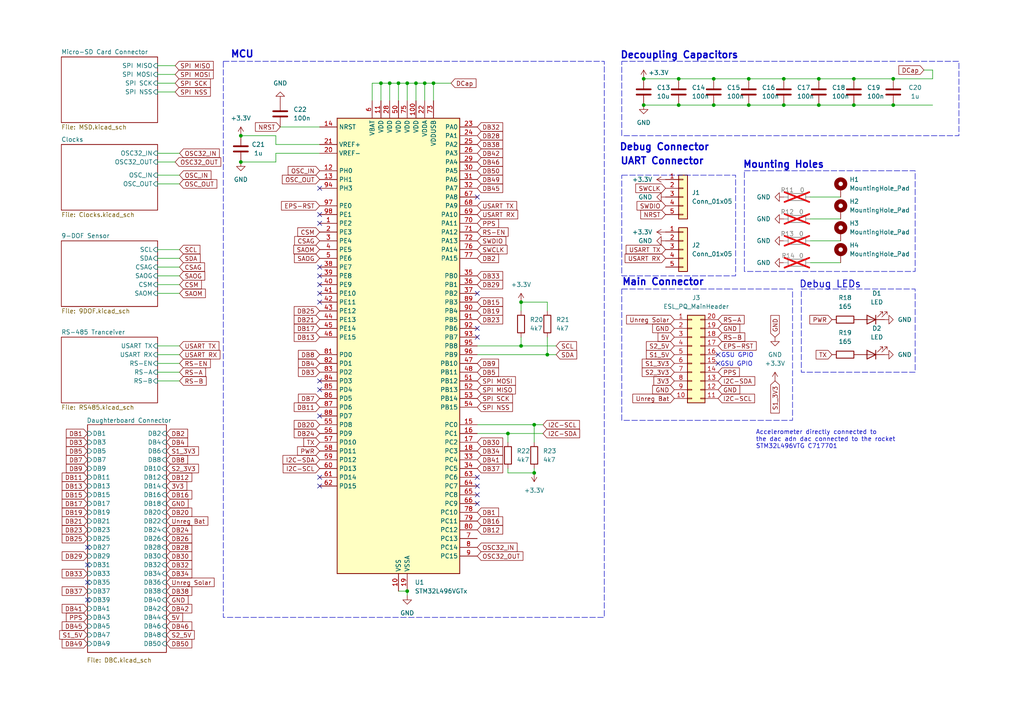
<source format=kicad_sch>
(kicad_sch (version 20231120) (generator "eeschema") (generator_version "8.0")
  (paper "A4")
  (title_block (title "ADCS OBC") (date "2024-05-29") (rev "V10") (comment 1 "22619291") (comment 2 "DP Theron"))
  (junction (at 259.08 22.86))
  (junction (at 196.85 22.86))
  (junction (at 154.94 123.19))
  (junction (at 151.13 100.33))
  (junction (at 196.85 30.48))
  (junction (at 247.65 30.48))
  (junction (at 237.49 22.86))
  (junction (at 115.57 24.13))
  (junction (at 227.33 22.86))
  (junction (at 207.01 30.48))
  (junction (at 207.01 22.86))
  (junction (at 186.69 30.48))
  (junction (at 237.49 30.48))
  (junction (at 147.32 125.73))
  (junction (at 217.17 30.48))
  (junction (at 227.33 30.48))
  (junction (at 259.08 30.48))
  (junction (at 69.85 39.37))
  (junction (at 123.19 24.13))
  (junction (at 158.75 102.87))
  (junction (at 217.17 22.86))
  (junction (at 125.73 24.13))
  (junction (at 154.94 137.16))
  (junction (at 118.11 171.45))
  (junction (at 113.03 24.13))
  (junction (at 120.65 24.13))
  (junction (at 151.13 87.63))
  (junction (at 247.65 22.86))
  (junction (at 69.85 46.99))
  (junction (at 110.49 24.13))
  (junction (at 186.69 22.86))
  (junction (at 118.11 24.13))
  (no_connect (at 138.43 140.97))
  (no_connect (at 92.71 80.01))
  (no_connect (at 138.43 95.25))
  (no_connect (at 138.43 57.15))
  (no_connect (at 138.43 138.43))
  (no_connect (at 92.71 54.61))
  (no_connect (at 92.71 82.55))
  (no_connect (at 25.4 173.99))
  (no_connect (at 25.4 158.75))
  (no_connect (at 25.4 163.83))
  (no_connect (at 92.71 138.43))
  (no_connect (at 92.71 87.63))
  (no_connect (at 138.43 143.51))
  (no_connect (at 92.71 77.47))
  (no_connect (at 92.71 85.09))
  (no_connect (at 92.71 120.65))
  (no_connect (at 92.71 110.49))
  (no_connect (at 25.4 168.91))
  (no_connect (at 208.28 105.41))
  (no_connect (at 138.43 97.79))
  (no_connect (at 92.71 140.97))
  (no_connect (at 92.71 113.03))
  (no_connect (at 92.71 64.77))
  (no_connect (at 208.28 102.87))
  (no_connect (at 92.71 62.23))
  (no_connect (at 138.43 146.05))
  (no_connect (at 138.43 85.09))
  (wire (pts (xy 138.43 125.73) (xy 147.32 125.73)))
  (wire (pts (xy 207.01 30.48) (xy 217.17 30.48)))
  (wire (pts (xy 110.49 24.13) (xy 110.49 29.21)))
  (wire (pts (xy 186.69 22.86) (xy 196.85 22.86)))
  (wire (pts (xy 151.13 87.63) (xy 151.13 90.17)))
  (wire (pts (xy 115.57 24.13) (xy 115.57 29.21)))
  (wire (pts (xy 80.01 41.91) (xy 80.01 39.37)))
  (wire (pts (xy 45.72 85.09) (xy 52.07 85.09)))
  (wire (pts (xy 234.95 69.85) (xy 243.84 69.85)))
  (wire (pts (xy 120.65 24.13) (xy 123.19 24.13)))
  (wire (pts (xy 45.72 102.87) (xy 52.07 102.87)))
  (wire (pts (xy 234.95 57.15) (xy 243.84 57.15)))
  (wire (pts (xy 123.19 24.13) (xy 125.73 24.13)))
  (wire (pts (xy 138.43 102.87) (xy 158.75 102.87)))
  (wire (pts (xy 110.49 24.13) (xy 107.95 24.13)))
  (wire (pts (xy 45.72 46.99) (xy 50.8 46.99)))
  (wire (pts (xy 237.49 30.48) (xy 247.65 30.48)))
  (wire (pts (xy 69.85 46.99) (xy 80.01 46.99)))
  (wire (pts (xy 151.13 100.33) (xy 161.29 100.33)))
  (wire (pts (xy 120.65 24.13) (xy 118.11 24.13)))
  (wire (pts (xy 120.65 24.13) (xy 120.65 29.21)))
  (wire (pts (xy 157.48 123.19) (xy 154.94 123.19)))
  (wire (pts (xy 45.72 100.33) (xy 52.07 100.33)))
  (wire (pts (xy 227.33 30.48) (xy 237.49 30.48)))
  (wire (pts (xy 259.08 30.48) (xy 270.51 30.48)))
  (wire (pts (xy 80.01 46.99) (xy 80.01 44.45)))
  (wire (pts (xy 158.75 87.63) (xy 158.75 90.17)))
  (wire (pts (xy 161.29 102.87) (xy 158.75 102.87)))
  (wire (pts (xy 80.01 39.37) (xy 69.85 39.37)))
  (wire (pts (xy 45.72 24.13) (xy 50.8 24.13)))
  (wire (pts (xy 217.17 30.48) (xy 227.33 30.48)))
  (wire (pts (xy 45.72 105.41) (xy 52.07 105.41)))
  (wire (pts (xy 154.94 137.16) (xy 154.94 135.89)))
  (wire (pts (xy 45.72 80.01) (xy 52.07 80.01)))
  (wire (pts (xy 217.17 22.86) (xy 227.33 22.86)))
  (wire (pts (xy 45.72 50.8) (xy 52.07 50.8)))
  (wire (pts (xy 118.11 171.45) (xy 118.11 172.72)))
  (wire (pts (xy 234.95 76.2) (xy 243.84 76.2)))
  (wire (pts (xy 154.94 123.19) (xy 154.94 128.27)))
  (wire (pts (xy 45.72 74.93) (xy 52.07 74.93)))
  (wire (pts (xy 80.01 44.45) (xy 92.71 44.45)))
  (wire (pts (xy 107.95 24.13) (xy 107.95 29.21)))
  (wire (pts (xy 45.72 82.55) (xy 52.07 82.55)))
  (wire (pts (xy 125.73 24.13) (xy 130.81 24.13)))
  (wire (pts (xy 147.32 125.73) (xy 157.48 125.73)))
  (wire (pts (xy 45.72 44.45) (xy 52.07 44.45)))
  (wire (pts (xy 115.57 171.45) (xy 118.11 171.45)))
  (wire (pts (xy 81.28 36.83) (xy 92.71 36.83)))
  (wire (pts (xy 247.65 22.86) (xy 259.08 22.86)))
  (wire (pts (xy 45.72 72.39) (xy 52.07 72.39)))
  (wire (pts (xy 45.72 107.95) (xy 52.07 107.95)))
  (wire (pts (xy 110.49 24.13) (xy 113.03 24.13)))
  (wire (pts (xy 158.75 97.79) (xy 158.75 102.87)))
  (wire (pts (xy 270.51 20.32) (xy 267.97 20.32)))
  (wire (pts (xy 151.13 87.63) (xy 158.75 87.63)))
  (wire (pts (xy 247.65 30.48) (xy 259.08 30.48)))
  (wire (pts (xy 147.32 128.27) (xy 147.32 125.73)))
  (wire (pts (xy 270.51 20.32) (xy 270.51 22.86)))
  (wire (pts (xy 227.33 22.86) (xy 237.49 22.86)))
  (wire (pts (xy 45.72 77.47) (xy 52.07 77.47)))
  (wire (pts (xy 45.72 110.49) (xy 52.07 110.49)))
  (wire (pts (xy 92.71 41.91) (xy 80.01 41.91)))
  (wire (pts (xy 147.32 137.16) (xy 154.94 137.16)))
  (wire (pts (xy 147.32 135.89) (xy 147.32 137.16)))
  (wire (pts (xy 196.85 30.48) (xy 207.01 30.48)))
  (wire (pts (xy 207.01 22.86) (xy 217.17 22.86)))
  (wire (pts (xy 234.95 63.5) (xy 243.84 63.5)))
  (wire (pts (xy 138.43 100.33) (xy 151.13 100.33)))
  (wire (pts (xy 125.73 24.13) (xy 125.73 29.21)))
  (wire (pts (xy 45.72 26.67) (xy 50.8 26.67)))
  (wire (pts (xy 237.49 22.86) (xy 247.65 22.86)))
  (wire (pts (xy 138.43 123.19) (xy 154.94 123.19)))
  (wire (pts (xy 45.72 53.34) (xy 52.07 53.34)))
  (wire (pts (xy 118.11 24.13) (xy 118.11 29.21)))
  (wire (pts (xy 123.19 29.21) (xy 123.19 24.13)))
  (wire (pts (xy 151.13 97.79) (xy 151.13 100.33)))
  (wire (pts (xy 45.72 21.59) (xy 50.8 21.59)))
  (wire (pts (xy 113.03 24.13) (xy 115.57 24.13)))
  (wire (pts (xy 196.85 22.86) (xy 207.01 22.86)))
  (wire (pts (xy 113.03 24.13) (xy 113.03 29.21)))
  (wire (pts (xy 259.08 22.86) (xy 270.51 22.86)))
  (wire (pts (xy 118.11 24.13) (xy 115.57 24.13)))
  (wire (pts (xy 186.69 30.48) (xy 196.85 30.48)))
  (wire (pts (xy 45.72 19.05) (xy 50.8 19.05)))
  (rectangle (start 215.9 49.53) (end 265.43 78.74) (stroke (width 0) (type dash)))
  (rectangle (start 180.34 83.82) (end 229.87 121.92) (stroke (width 0) (type dash)))
  (rectangle (start 180.34 50.8) (end 213.36 80.01) (stroke (width 0) (type dash)))
  (rectangle (start 64.77 17.78) (end 175.26 179.07) (stroke (width 0) (type dash)))
  (rectangle (start 180.34 17.78) (end 278.13 39.37) (stroke (width 0) (type dash)))
  (rectangle (start 232.41 83.82) (end 265.43 107.95) (stroke (width 0) (type dash)))
  (text "GSU GPIO" (at 213.614 105.664 0) (effects (font (size 1.27 1.27))))
  (text "UART Connector" (at 179.832 48.006 0) (effects (font (size 2 2) (thickness 0.4) (bold yes)) (justify left bottom)))
  (text "Debug LEDs" (at 240.792 82.55 0) (effects (font (size 2 2) (thickness 0.254) (bold yes))))
  (text "Decoupling Capacitors" (at 179.832 17.272 0) (effects (font (size 2 2) (bold yes)) (justify left bottom)))
  (text "Mounting Holes" (at 215.392 49.022 0) (effects (font (size 2 2) (thickness 0.4) (bold yes)) (justify left bottom)))
  (text "Debug Connector" (at 179.578 43.942 0) (effects (font (size 2 2) (thickness 0.4) (bold yes)) (justify left bottom)))
  (text "Accelerometer directly connected to \nthe dac adn dac connected to the rocket\nSTM32L496VTG C717701" (at 219.202 127.508 0) (effects (font (size 1.27 1.27)) (justify left)))
  (text "Main Connector" (at 180.34 83.058 0) (effects (font (size 2 2) (thickness 0.4) (bold yes)) (justify left bottom)))
  (text "GSU GPIO" (at 213.868 103.124 0) (effects (font (size 1.27 1.27))))
  (text "MCU" (at 66.802 17.018 0) (effects (font (size 2 2) (bold yes)) (justify left bottom)))
  (global_label "DB4" (shape input) (at 92.71 105.41 180) (property "Intersheetrefs" "${INTERSHEET_REFS}" (effects (hide yes))))
  (global_label "DB49" (shape input) (at 138.43 52.07 0) (property "Intersheetrefs" "${INTERSHEET_REFS}" (effects (hide yes))))
  (global_label "USART RX" (shape input) (at 52.07 102.87 0) (property "Intersheetrefs" "${INTERSHEET_REFS}" (effects (hide yes))))
  (global_label "DB17" (shape input) (at 25.4 146.05 180) (property "Intersheetrefs" "${INTERSHEET_REFS}" (effects (hide yes))))
  (global_label "DB17" (shape input) (at 92.71 95.25 180) (property "Intersheetrefs" "${INTERSHEET_REFS}" (effects (hide yes))))
  (global_label "OSC32_OUT" (shape input) (at 50.8 46.99 0) (property "Intersheetrefs" "${INTERSHEET_REFS}" (effects (hide yes))))
  (global_label "GND" (shape input) (at 48.26 173.99 0) (property "Intersheetrefs" "${INTERSHEET_REFS}" (effects (hide yes))))
  (global_label "SWDIO" (shape input) (at 193.04 59.69 180) (property "Intersheetrefs" "${INTERSHEET_REFS}" (effects (hide yes))))
  (global_label "RS-B" (shape input) (at 52.07 110.49 0) (property "Intersheetrefs" "${INTERSHEET_REFS}" (effects (hide yes))))
  (global_label "SPI NSS" (shape input) (at 138.43 118.11 0) (property "Intersheetrefs" "${INTERSHEET_REFS}" (effects (hide yes))))
  (global_label "RS-A" (shape input) (at 52.07 107.95 0) (property "Intersheetrefs" "${INTERSHEET_REFS}" (effects (hide yes))))
  (global_label "DB12" (shape input) (at 48.26 138.43 0) (property "Intersheetrefs" "${INTERSHEET_REFS}" (effects (hide yes))))
  (global_label "PPS" (shape input) (at 138.43 64.77 0) (property "Intersheetrefs" "${INTERSHEET_REFS}" (effects (hide yes))))
  (global_label "I2C-SDA" (shape input) (at 92.71 133.35 180) (property "Intersheetrefs" "${INTERSHEET_REFS}" (effects (hide yes))))
  (global_label "SPI MISO" (shape input) (at 138.43 113.03 0) (property "Intersheetrefs" "${INTERSHEET_REFS}" (effects (hide yes))))
  (global_label "SPI MOSI" (shape input) (at 50.8 21.59 0) (property "Intersheetrefs" "${INTERSHEET_REFS}" (effects (hide yes))))
  (global_label "DB46" (shape input) (at 138.43 46.99 0) (property "Intersheetrefs" "${INTERSHEET_REFS}" (effects (hide yes))))
  (global_label "S1_5V" (shape input) (at 195.58 102.87 180) (property "Intersheetrefs" "${INTERSHEET_REFS}" (effects (hide yes))))
  (global_label "GND" (shape input) (at 208.28 113.03 0) (property "Intersheetrefs" "${INTERSHEET_REFS}" (effects (hide yes))))
  (global_label "DB29" (shape input) (at 25.4 161.29 180) (property "Intersheetrefs" "${INTERSHEET_REFS}" (effects (hide yes))))
  (global_label "USART TX" (shape input) (at 193.04 72.39 180) (property "Intersheetrefs" "${INTERSHEET_REFS}" (effects (hide yes))))
  (global_label "SPI NSS" (shape input) (at 50.8 26.67 0) (property "Intersheetrefs" "${INTERSHEET_REFS}" (effects (hide yes))))
  (global_label "SPI MOSI" (shape input) (at 138.43 110.49 0) (property "Intersheetrefs" "${INTERSHEET_REFS}" (effects (hide yes))))
  (global_label "SDA" (shape input) (at 161.29 102.87 0) (property "Intersheetrefs" "${INTERSHEET_REFS}" (effects (hide yes))))
  (global_label "DB15" (shape input) (at 138.43 87.63 0) (property "Intersheetrefs" "${INTERSHEET_REFS}" (effects (hide yes))))
  (global_label "CSM" (shape input) (at 52.07 82.55 0) (property "Intersheetrefs" "${INTERSHEET_REFS}" (effects (hide yes))))
  (global_label "DB12" (shape input) (at 138.43 153.67 0) (property "Intersheetrefs" "${INTERSHEET_REFS}" (effects (hide yes))))
  (global_label "S2_3V3" (shape input) (at 195.58 107.95 180) (property "Intersheetrefs" "${INTERSHEET_REFS}" (effects (hide yes))))
  (global_label "SPI MISO" (shape input) (at 50.8 19.05 0) (property "Intersheetrefs" "${INTERSHEET_REFS}" (effects (hide yes))))
  (global_label "DB32" (shape input) (at 48.26 163.83 0) (property "Intersheetrefs" "${INTERSHEET_REFS}" (effects (hide yes))))
  (global_label "DB24" (shape input) (at 92.71 125.73 180) (property "Intersheetrefs" "${INTERSHEET_REFS}" (effects (hide yes))))
  (global_label "DB11" (shape input) (at 25.4 138.43 180) (property "Intersheetrefs" "${INTERSHEET_REFS}" (effects (hide yes))))
  (global_label "DB25" (shape input) (at 25.4 156.21 180) (property "Intersheetrefs" "${INTERSHEET_REFS}" (effects (hide yes))))
  (global_label "GND" (shape input) (at 48.26 146.05 0) (property "Intersheetrefs" "${INTERSHEET_REFS}" (effects (hide yes))))
  (global_label "I2C-SCL" (shape input) (at 208.28 115.57 0) (property "Intersheetrefs" "${INTERSHEET_REFS}" (effects (hide yes))))
  (global_label "SDA" (shape input) (at 52.07 74.93 0) (property "Intersheetrefs" "${INTERSHEET_REFS}" (effects (hide yes))))
  (global_label "TX" (shape input) (at 92.71 128.27 180) (property "Intersheetrefs" "${INTERSHEET_REFS}" (effects (hide yes))))
  (global_label "SAOG" (shape input) (at 52.07 80.01 0) (property "Intersheetrefs" "${INTERSHEET_REFS}" (effects (hide yes))))
  (global_label "DB42" (shape input) (at 138.43 44.45 0) (property "Intersheetrefs" "${INTERSHEET_REFS}" (effects (hide yes))))
  (global_label "RS-B" (shape input) (at 208.28 97.79 0) (property "Intersheetrefs" "${INTERSHEET_REFS}" (effects (hide yes))))
  (global_label "DB7" (shape input) (at 25.4 133.35 180) (property "Intersheetrefs" "${INTERSHEET_REFS}" (effects (hide yes))))
  (global_label "RS-A" (shape input) (at 208.28 92.71 0) (property "Intersheetrefs" "${INTERSHEET_REFS}" (effects (hide yes))))
  (global_label "NRST" (shape input) (at 193.04 62.23 180) (property "Intersheetrefs" "${INTERSHEET_REFS}" (effects (hide yes))))
  (global_label "SCL" (shape input) (at 161.29 100.33 0) (property "Intersheetrefs" "${INTERSHEET_REFS}" (effects (hide yes))))
  (global_label "RS-EN" (shape input) (at 138.43 67.31 0) (property "Intersheetrefs" "${INTERSHEET_REFS}" (effects (hide yes))))
  (global_label "DB30" (shape input) (at 138.43 128.27 0) (property "Intersheetrefs" "${INTERSHEET_REFS}" (effects (hide yes))))
  (global_label "DB19" (shape input) (at 138.43 90.17 0) (property "Intersheetrefs" "${INTERSHEET_REFS}" (effects (hide yes))))
  (global_label "SAOM" (shape input) (at 52.07 85.09 0) (property "Intersheetrefs" "${INTERSHEET_REFS}" (effects (hide yes))))
  (global_label "DB49" (shape input) (at 25.4 186.69 180) (property "Intersheetrefs" "${INTERSHEET_REFS}" (effects (hide yes))))
  (global_label "DB19" (shape input) (at 25.4 148.59 180) (property "Intersheetrefs" "${INTERSHEET_REFS}" (effects (hide yes))))
  (global_label "DB24" (shape input) (at 48.26 153.67 0) (property "Intersheetrefs" "${INTERSHEET_REFS}" (effects (hide yes))))
  (global_label "DB41" (shape input) (at 25.4 176.53 180) (property "Intersheetrefs" "${INTERSHEET_REFS}" (effects (hide yes))))
  (global_label "DB28" (shape input) (at 48.26 158.75 0) (property "Intersheetrefs" "${INTERSHEET_REFS}" (effects (hide yes))))
  (global_label "GND" (shape input) (at 208.28 95.25 0) (property "Intersheetrefs" "${INTERSHEET_REFS}" (effects (hide yes))))
  (global_label "RS-EN" (shape input) (at 52.07 105.41 0) (property "Intersheetrefs" "${INTERSHEET_REFS}" (effects (hide yes))))
  (global_label "DB3" (shape input) (at 25.4 128.27 180) (property "Intersheetrefs" "${INTERSHEET_REFS}" (effects (hide yes))))
  (global_label "3V3" (shape input) (at 195.58 110.49 180) (property "Intersheetrefs" "${INTERSHEET_REFS}" (effects (hide yes))))
  (global_label "DB21" (shape input) (at 25.4 151.13 180) (property "Intersheetrefs" "${INTERSHEET_REFS}" (effects (hide yes))))
  (global_label "DB2" (shape input) (at 48.26 125.73 0) (property "Intersheetrefs" "${INTERSHEET_REFS}" (effects (hide yes))))
  (global_label "I2C-SCL" (shape input) (at 157.48 123.19 0) (property "Intersheetrefs" "${INTERSHEET_REFS}" (effects (hide yes))))
  (global_label "PPS" (shape input) (at 208.28 107.95 0) (property "Intersheetrefs" "${INTERSHEET_REFS}" (effects (hide yes))))
  (global_label "I2C-SDA" (shape input) (at 208.28 110.49 0) (property "Intersheetrefs" "${INTERSHEET_REFS}" (effects (hide yes))))
  (global_label "CSAG" (shape input) (at 92.71 69.85 180) (property "Intersheetrefs" "${INTERSHEET_REFS}" (effects (hide yes))))
  (global_label "DB16" (shape input) (at 138.43 151.13 0) (property "Intersheetrefs" "${INTERSHEET_REFS}" (effects (hide yes))))
  (global_label "DB4" (shape input) (at 48.26 128.27 0) (property "Intersheetrefs" "${INTERSHEET_REFS}" (effects (hide yes))))
  (global_label "OSC_IN" (shape input) (at 52.07 50.8 0) (property "Intersheetrefs" "${INTERSHEET_REFS}" (effects (hide yes))))
  (global_label "PWR" (shape input) (at 241.3 92.71 180) (property "Intersheetrefs" "${INTERSHEET_REFS}" (effects (hide yes))))
  (global_label "NRST" (shape input) (at 81.28 36.83 180) (property "Intersheetrefs" "${INTERSHEET_REFS}" (effects (hide yes))))
  (global_label "CSM" (shape input) (at 92.71 67.31 180) (property "Intersheetrefs" "${INTERSHEET_REFS}" (effects (hide yes))))
  (global_label "SWDIO" (shape input) (at 138.43 69.85 0) (property "Intersheetrefs" "${INTERSHEET_REFS}" (effects (hide yes))))
  (global_label "DB8" (shape input) (at 48.26 133.35 0) (property "Intersheetrefs" "${INTERSHEET_REFS}" (effects (hide yes))))
  (global_label "DB30" (shape input) (at 48.26 161.29 0) (property "Intersheetrefs" "${INTERSHEET_REFS}" (effects (hide yes))))
  (global_label "I2C-SCL" (shape input) (at 92.71 135.89 180) (property "Intersheetrefs" "${INTERSHEET_REFS}" (effects (hide yes))))
  (global_label "SWCLK" (shape input) (at 193.04 54.61 180) (property "Intersheetrefs" "${INTERSHEET_REFS}" (effects (hide yes))))
  (global_label "OSC32_IN" (shape input) (at 52.07 44.45 0) (property "Intersheetrefs" "${INTERSHEET_REFS}" (effects (hide yes))))
  (global_label "DB3" (shape input) (at 92.71 107.95 180) (property "Intersheetrefs" "${INTERSHEET_REFS}" (effects (hide yes))))
  (global_label "Unreg Bat" (shape input) (at 48.26 151.13 0) (property "Intersheetrefs" "${INTERSHEET_REFS}" (effects (hide yes))))
  (global_label "DB15" (shape input) (at 25.4 143.51 180) (property "Intersheetrefs" "${INTERSHEET_REFS}" (effects (hide yes))))
  (global_label "TX" (shape input) (at 241.3 102.87 180) (property "Intersheetrefs" "${INTERSHEET_REFS}" (effects (hide yes))))
  (global_label "S1_3V3" (shape input) (at 224.79 110.49 270) (property "Intersheetrefs" "${INTERSHEET_REFS}" (effects (hide yes))))
  (global_label "SAOG" (shape input) (at 92.71 74.93 180) (property "Intersheetrefs" "${INTERSHEET_REFS}" (effects (hide yes))))
  (global_label "DB26" (shape input) (at 48.26 156.21 0) (property "Intersheetrefs" "${INTERSHEET_REFS}" (effects (hide yes))))
  (global_label "DB25" (shape input) (at 92.71 90.17 180) (property "Intersheetrefs" "${INTERSHEET_REFS}" (effects (hide yes))))
  (global_label "OSC32_OUT" (shape input) (at 138.43 161.29 0) (property "Intersheetrefs" "${INTERSHEET_REFS}" (effects (hide yes))))
  (global_label "5V" (shape input) (at 48.26 179.07 0) (property "Intersheetrefs" "${INTERSHEET_REFS}" (effects (hide yes))))
  (global_label "SPI SCK" (shape input) (at 138.43 115.57 0) (property "Intersheetrefs" "${INTERSHEET_REFS}" (effects (hide yes))))
  (global_label "DB5" (shape input) (at 25.4 130.81 180) (property "Intersheetrefs" "${INTERSHEET_REFS}" (effects (hide yes))))
  (global_label "DB29" (shape input) (at 138.43 82.55 0) (property "Intersheetrefs" "${INTERSHEET_REFS}" (effects (hide yes))))
  (global_label "USART TX" (shape input) (at 138.43 59.69 0) (property "Intersheetrefs" "${INTERSHEET_REFS}" (effects (hide yes))))
  (global_label "GND" (shape input) (at 195.58 95.25 180) (property "Intersheetrefs" "${INTERSHEET_REFS}" (effects (hide yes))))
  (global_label "OSC_OUT" (shape input) (at 92.71 52.07 180) (property "Intersheetrefs" "${INTERSHEET_REFS}" (effects (hide yes))))
  (global_label "DCap" (shape input) (at 267.97 20.32 180) (property "Intersheetrefs" "${INTERSHEET_REFS}" (effects (hide yes))))
  (global_label "GND" (shape input) (at 195.58 113.03 180) (property "Intersheetrefs" "${INTERSHEET_REFS}" (effects (hide yes))))
  (global_label "CSAG" (shape input) (at 52.07 77.47 0) (property "Intersheetrefs" "${INTERSHEET_REFS}" (effects (hide yes))))
  (global_label "DB38" (shape input) (at 48.26 171.45 0) (property "Intersheetrefs" "${INTERSHEET_REFS}" (effects (hide yes))))
  (global_label "DB37" (shape input) (at 25.4 171.45 180) (property "Intersheetrefs" "${INTERSHEET_REFS}" (effects (hide yes))))
  (global_label "DB41" (shape input) (at 138.43 133.35 0) (property "Intersheetrefs" "${INTERSHEET_REFS}" (effects (hide yes))))
  (global_label "DB46" (shape input) (at 48.26 181.61 0) (property "Intersheetrefs" "${INTERSHEET_REFS}" (effects (hide yes))))
  (global_label "DB33" (shape input) (at 25.4 166.37 180) (property "Intersheetrefs" "${INTERSHEET_REFS}" (effects (hide yes))))
  (global_label "DB32" (shape input) (at 138.43 36.83 0) (property "Intersheetrefs" "${INTERSHEET_REFS}" (effects (hide yes))))
  (global_label "SWCLK" (shape input) (at 138.43 72.39 0) (property "Intersheetrefs" "${INTERSHEET_REFS}" (effects (hide yes))))
  (global_label "PPS" (shape input) (at 25.4 179.07 180) (property "Intersheetrefs" "${INTERSHEET_REFS}" (effects (hide yes))))
  (global_label "DB34" (shape input) (at 48.26 166.37 0) (property "Intersheetrefs" "${INTERSHEET_REFS}" (effects (hide yes))))
  (global_label "DB20" (shape input) (at 92.71 123.19 180) (property "Intersheetrefs" "${INTERSHEET_REFS}" (effects (hide yes))))
  (global_label "DB11" (shape input) (at 92.71 118.11 180) (property "Intersheetrefs" "${INTERSHEET_REFS}" (effects (hide yes))))
  (global_label "OSC32_IN" (shape input) (at 138.43 158.75 0) (property "Intersheetrefs" "${INTERSHEET_REFS}" (effects (hide yes))))
  (global_label "SCL" (shape input) (at 52.07 72.39 0) (property "Intersheetrefs" "${INTERSHEET_REFS}" (effects (hide yes))))
  (global_label "3V3" (shape input) (at 48.26 140.97 0) (property "Intersheetrefs" "${INTERSHEET_REFS}" (effects (hide yes))))
  (global_label "S1_3V3" (shape input) (at 48.26 130.81 0) (property "Intersheetrefs" "${INTERSHEET_REFS}" (effects (hide yes))))
  (global_label "Unreg Solar" (shape input) (at 48.26 168.91 0) (property "Intersheetrefs" "${INTERSHEET_REFS}" (effects (hide yes))))
  (global_label "DB9" (shape input) (at 138.43 105.41 0) (property "Intersheetrefs" "${INTERSHEET_REFS}" (effects (hide yes))))
  (global_label "Unreg Solar" (shape input) (at 195.58 92.71 180) (property "Intersheetrefs" "${INTERSHEET_REFS}" (effects (hide yes))))
  (global_label "DB20" (shape input) (at 48.26 148.59 0) (property "Intersheetrefs" "${INTERSHEET_REFS}" (effects (hide yes))))
  (global_label "EPS-RST" (shape input) (at 208.28 100.33 0) (property "Intersheetrefs" "${INTERSHEET_REFS}" (effects (hide yes))))
  (global_label "DB45" (shape input) (at 138.43 54.61 0) (property "Intersheetrefs" "${INTERSHEET_REFS}" (effects (hide yes))))
  (global_label "Unreg Bat" (shape input) (at 195.58 115.57 180) (property "Intersheetrefs" "${INTERSHEET_REFS}" (effects (hide yes))))
  (global_label "DB50" (shape input) (at 138.43 49.53 0) (property "Intersheetrefs" "${INTERSHEET_REFS}" (effects (hide yes))))
  (global_label "DB23" (shape input) (at 138.43 92.71 0) (property "Intersheetrefs" "${INTERSHEET_REFS}" (effects (hide yes))))
  (global_label "SAOM" (shape input) (at 92.71 72.39 180) (property "Intersheetrefs" "${INTERSHEET_REFS}" (effects (hide yes))))
  (global_label "DB5" (shape input) (at 138.43 107.95 0) (property "Intersheetrefs" "${INTERSHEET_REFS}" (effects (hide yes))))
  (global_label "DB1" (shape input) (at 25.4 125.73 180) (property "Intersheetrefs" "${INTERSHEET_REFS}" (effects (hide yes))))
  (global_label "DB9" (shape input) (at 25.4 135.89 180) (property "Intersheetrefs" "${INTERSHEET_REFS}" (effects (hide yes))))
  (global_label "S2_5V" (shape input) (at 48.26 184.15 0) (property "Intersheetrefs" "${INTERSHEET_REFS}" (effects (hide yes))))
  (global_label "DB21" (shape input) (at 92.71 92.71 180) (property "Intersheetrefs" "${INTERSHEET_REFS}" (effects (hide yes))))
  (global_label "5V" (shape input) (at 195.58 97.79 180) (property "Intersheetrefs" "${INTERSHEET_REFS}" (effects (hide yes))))
  (global_label "DB33" (shape input) (at 138.43 80.01 0) (property "Intersheetrefs" "${INTERSHEET_REFS}" (effects (hide yes))))
  (global_label "DB13" (shape input) (at 92.71 97.79 180) (property "Intersheetrefs" "${INTERSHEET_REFS}" (effects (hide yes))))
  (global_label "DB38" (shape input) (at 138.43 41.91 0) (property "Intersheetrefs" "${INTERSHEET_REFS}" (effects (hide yes))))
  (global_label "SPI SCK" (shape input) (at 50.8 24.13 0) (property "Intersheetrefs" "${INTERSHEET_REFS}" (effects (hide yes))))
  (global_label "DB23" (shape input) (at 25.4 153.67 180) (property "Intersheetrefs" "${INTERSHEET_REFS}" (effects (hide yes))))
  (global_label "USART RX" (shape input) (at 193.04 74.93 180) (property "Intersheetrefs" "${INTERSHEET_REFS}" (effects (hide yes))))
  (global_label "DB28" (shape input) (at 138.43 39.37 0) (property "Intersheetrefs" "${INTERSHEET_REFS}" (effects (hide yes))))
  (global_label "DB34" (shape input) (at 138.43 130.81 0) (property "Intersheetrefs" "${INTERSHEET_REFS}" (effects (hide yes))))
  (global_label "S2_3V3" (shape input) (at 48.26 135.89 0) (property "Intersheetrefs" "${INTERSHEET_REFS}" (effects (hide yes))))
  (global_label "DB2" (shape input) (at 138.43 74.93 0) (property "Intersheetrefs" "${INTERSHEET_REFS}" (effects (hide yes))))
  (global_label "USART TX" (shape input) (at 52.07 100.33 0) (property "Intersheetrefs" "${INTERSHEET_REFS}" (effects (hide yes))))
  (global_label "DB7" (shape input) (at 92.71 115.57 180) (property "Intersheetrefs" "${INTERSHEET_REFS}" (effects (hide yes))))
  (global_label "EPS-RST" (shape input) (at 92.71 59.69 180) (property "Intersheetrefs" "${INTERSHEET_REFS}" (effects (hide yes))))
  (global_label "OSC_IN" (shape input) (at 92.71 49.53 180) (property "Intersheetrefs" "${INTERSHEET_REFS}" (effects (hide yes))))
  (global_label "DB50" (shape input) (at 48.26 186.69 0) (property "Intersheetrefs" "${INTERSHEET_REFS}" (effects (hide yes))))
  (global_label "PWR" (shape input) (at 92.71 130.81 180) (property "Intersheetrefs" "${INTERSHEET_REFS}" (effects (hide yes))))
  (global_label "DB42" (shape input) (at 48.26 176.53 0) (property "Intersheetrefs" "${INTERSHEET_REFS}" (effects (hide yes))))
  (global_label "S2_5V" (shape input) (at 195.58 100.33 180) (property "Intersheetrefs" "${INTERSHEET_REFS}" (effects (hide yes))))
  (global_label "S1_3V3" (shape input) (at 195.58 105.41 180) (property "Intersheetrefs" "${INTERSHEET_REFS}" (effects (hide yes))))
  (global_label "USART RX" (shape input) (at 138.43 62.23 0) (property "Intersheetrefs" "${INTERSHEET_REFS}" (effects (hide yes))))
  (global_label "OSC_OUT" (shape input) (at 52.07 53.34 0) (property "Intersheetrefs" "${INTERSHEET_REFS}" (effects (hide yes))))
  (global_label "DCap" (shape input) (at 130.81 24.13 0) (property "Intersheetrefs" "${INTERSHEET_REFS}" (effects (hide yes))))
  (global_label "GND" (shape input) (at 224.79 97.79 90) (property "Intersheetrefs" "${INTERSHEET_REFS}" (effects (hide yes))))
  (global_label "DB37" (shape input) (at 138.43 135.89 0) (property "Intersheetrefs" "${INTERSHEET_REFS}" (effects (hide yes))))
  (global_label "DB1" (shape input) (at 138.43 148.59 0) (property "Intersheetrefs" "${INTERSHEET_REFS}" (effects (hide yes))))
  (global_label "DB16" (shape input) (at 48.26 143.51 0) (property "Intersheetrefs" "${INTERSHEET_REFS}" (effects (hide yes))))
  (global_label "DB8" (shape input) (at 92.71 102.87 180) (property "Intersheetrefs" "${INTERSHEET_REFS}" (effects (hide yes))))
  (global_label "S1_5V" (shape input) (at 25.4 184.15 180) (property "Intersheetrefs" "${INTERSHEET_REFS}" (effects (hide yes))))
  (global_label "I2C-SDA" (shape input) (at 157.48 125.73 0) (property "Intersheetrefs" "${INTERSHEET_REFS}" (effects (hide yes))))
  (global_label "DB45" (shape input) (at 25.4 181.61 180) (property "Intersheetrefs" "${INTERSHEET_REFS}" (effects (hide yes))))
  (global_label "DB13" (shape input) (at 25.4 140.97 180) (property "Intersheetrefs" "${INTERSHEET_REFS}" (effects (hide yes))))
  (symbol (lib_id "Device:LED") (at 252.73 92.71 180) (unit 1)
    (property "Reference" "D1" (at 254.3175 85.09 0))
    (property "Value" "LED" (at 254.3175 87.63 0))
    (property "Footprint" "LED_SMD:LED_0603_1608Metric" (effects (hide yes)))
    (property "Description" "Light emitting diode" (effects (hide yes)))
    (property "JLCPCB #" "C138543" (effects (hide yes)))
  )
  (symbol (lib_id "Device:R") (at 231.14 69.85 90) (unit 1) (dnp yes)
    (property "Reference" "R13" (at 228.346 67.818 90))
    (property "Value" "0" (at 232.41 67.818 90))
    (property "Footprint" "Skripsie:R_0201_0603Metric" (effects (hide yes)))
    (property "Description" "Resistor" (effects (hide yes)))
  )
  (symbol (lib_id "power:GND") (at 193.04 69.85 270) (unit 1)
    (property "Reference" "#PWR030" (effects (hide yes)))
    (property "Value" "GND" (at 189.23 69.85 90) (effects (justify right)))
  )
  (symbol (lib_id "Mechanical:MountingHole_Pad") (at 243.84 60.96 0) (unit 1) (exclude_from_sim yes) (in_bom no)
    (property "Reference" "H2" (at 246.38 58.4199 0) (effects (justify left)))
    (property "Value" "MountingHole_Pad" (at 246.38 60.9599 0) (effects (justify left)))
    (property "Footprint" "MountingHole:MountingHole_3mm_Pad" (effects (hide yes)))
    (property "Description" "Mounting Hole with connection" (effects (hide yes)))
  )
  (symbol (lib_id "Mechanical:MountingHole_Pad") (at 243.84 73.66 0) (unit 1) (exclude_from_sim yes) (in_bom no)
    (property "Reference" "H4" (at 246.38 71.1199 0) (effects (justify left)))
    (property "Value" "MountingHole_Pad" (at 246.38 73.6599 0) (effects (justify left)))
    (property "Footprint" "MountingHole:MountingHole_3mm_Pad" (effects (hide yes)))
    (property "Description" "Mounting Hole with connection" (effects (hide yes)))
  )
  (symbol (lib_name "+3.3V_1") (lib_id "power:+3.3V") (at 186.69 22.86 0) (unit 1)
    (property "Reference" "#PWR010" (effects (hide yes)))
    (property "Value" "+3.3V" (at 191.008 21.082 0))
    (property "Description" "Power symbol creates a global label with name \"+3.3V\"" (effects (hide yes)))
  )
  (symbol (lib_id "power:+3.3V") (at 193.04 67.31 90) (unit 1)
    (property "Reference" "#PWR027" (effects (hide yes)))
    (property "Value" "+3.3V" (at 189.23 67.31 90) (effects (justify left)))
  )
  (symbol (lib_id "Mechanical:MountingHole_Pad") (at 243.84 54.61 0) (unit 1) (exclude_from_sim yes) (in_bom no)
    (property "Reference" "H1" (at 246.38 52.0699 0) (effects (justify left)))
    (property "Value" "MountingHole_Pad" (at 246.38 54.6099 0) (effects (justify left)))
    (property "Footprint" "MountingHole:MountingHole_3mm_Pad" (effects (hide yes)))
    (property "Description" "Mounting Hole with connection" (effects (hide yes)))
  )
  (symbol (lib_id "Device:C") (at 237.49 26.67 0) (unit 1)
    (property "Reference" "C18" (at 241.3 25.3999 0) (effects (justify left)))
    (property "Value" "100n" (at 241.3 27.9399 0) (effects (justify left)))
    (property "Footprint" "Skripsie:C_0201_0603Metric" (effects (hide yes)))
    (property "JLCPCB #" "C85953" (effects (hide yes)))
  )
  (symbol (lib_id "Device:R") (at 245.11 102.87 270) (unit 1)
    (property "Reference" "R19" (at 245.11 96.52 90))
    (property "Value" "165" (at 245.11 99.06 90))
    (property "Footprint" "Resistor_SMD:R_0603_1608Metric" (effects (hide yes)))
    (property "Description" "Resistor" (effects (hide yes)))
    (property "JLCPCB #" "C226689" (effects (hide yes)))
  )
  (symbol (lib_id "power:GND") (at 193.04 57.15 270) (unit 1)
    (property "Reference" "#PWR036" (effects (hide yes)))
    (property "Value" "GND" (at 189.23 57.15 90) (effects (justify right)))
  )
  (symbol (lib_id "power:GND") (at 227.33 63.5 270) (unit 1)
    (property "Reference" "#PWR013" (effects (hide yes)))
    (property "Value" "GND" (at 223.52 63.4999 90) (effects (justify right)))
    (property "Description" "Power symbol creates a global label with name \"GND\" , ground" (effects (hide yes)))
  )
  (symbol (lib_id "Device:R") (at 245.11 92.71 270) (unit 1)
    (property "Reference" "R18" (at 245.11 86.36 90))
    (property "Value" "165" (at 245.11 88.9 90))
    (property "Footprint" "Resistor_SMD:R_0603_1608Metric" (effects (hide yes)))
    (property "Description" "Resistor" (effects (hide yes)))
    (property "JLCPCB #" "C226689" (effects (hide yes)))
  )
  (symbol (lib_id "Device:C") (at 217.17 26.67 0) (unit 1)
    (property "Reference" "C16" (at 220.98 25.3999 0) (effects (justify left)))
    (property "Value" "100n" (at 220.98 27.9399 0) (effects (justify left)))
    (property "Footprint" "Skripsie:C_0201_0603Metric" (effects (hide yes)))
    (property "JLCPCB #" "C85953" (effects (hide yes)))
  )
  (symbol (lib_id "MCU_ST_STM32L4:STM32L496VGTx") (at 115.57 100.33 0) (unit 1)
    (property "Reference" "U1" (at 120.3041 168.91 0) (effects (justify left)))
    (property "Value" "STM32L496VGTx" (at 120.3041 171.45 0) (effects (justify left)))
    (property "Footprint" "Package_QFP:LQFP-100_14x14mm_P0.5mm" (effects (hide yes)))
    (property "Datasheet" "https://www.st.com/resource/en/datasheet/stm32l496vg.pdf" (effects (hide yes)))
    (property "Description" "STMicroelectronics Arm Cortex-M4 MCU, 1024KB flash, 320KB RAM, 80 MHz, 1.71-3.6V, 83 GPIO, LQFP100" (effects (hide yes)))
    (property "JLCPCB #" "C717701" (effects (hide yes)))
  )
  (symbol (lib_id "power:GND") (at 256.54 92.71 90) (unit 1)
    (property "Reference" "#PWR05" (effects (hide yes)))
    (property "Value" "GND" (at 260.35 92.7099 90) (effects (justify right)))
    (property "Description" "Power symbol creates a global label with name \"GND\" , ground" (effects (hide yes)))
  )
  (symbol (lib_id "ESL_PQ:Conn_02x10_Counter_Clockwise") (at 200.66 102.87 0) (unit 1)
    (property "Reference" "J3" (at 201.93 86.36 0))
    (property "Value" "ESL_PQ_MainHeader" (at 201.93 88.9 0))
    (property "Footprint" "ESL_PQ:ESL_PQ_Main_Header" (effects (hide yes)))
    (property "Description" "Generic connector, double row, 02x10, counter clockwise pin numbering scheme (similar to DIP package numbering), script generated (kicad-library-utils/schlib/autogen/connector/)" (effects (hide yes)))
  )
  (symbol (lib_id "power:+3.3V") (at 193.04 52.07 90) (unit 1)
    (property "Reference" "#PWR035" (effects (hide yes)))
    (property "Value" "+3.3V" (at 189.23 52.07 90) (effects (justify left)))
  )
  (symbol (lib_id "Device:R") (at 154.94 132.08 0) (unit 1)
    (property "Reference" "R23" (at 157.48 130.8099 0) (effects (justify left)))
    (property "Value" "4k7" (at 157.48 133.3499 0) (effects (justify left)))
    (property "Footprint" "Skripsie:R_0201_0603Metric" (effects (hide yes)))
    (property "Description" "Resistor" (effects (hide yes)))
    (property "JLCPCB #" "C25765" (effects (hide yes)))
  )
  (symbol (lib_id "power:GND") (at 227.33 57.15 270) (unit 1)
    (property "Reference" "#PWR012" (effects (hide yes)))
    (property "Value" "GND" (at 223.52 57.1499 90) (effects (justify right)))
    (property "Description" "Power symbol creates a global label with name \"GND\" , ground" (effects (hide yes)))
  )
  (symbol (lib_id "Device:R") (at 231.14 76.2 90) (unit 1) (dnp yes)
    (property "Reference" "R14" (at 228.6 74.168 90))
    (property "Value" "0" (at 232.41 74.168 90))
    (property "Footprint" "Skripsie:R_0201_0603Metric" (effects (hide yes)))
    (property "Description" "Resistor" (effects (hide yes)))
  )
  (symbol (lib_name "+3.3V_5") (lib_id "power:+3.3V") (at 224.79 110.49 0) (unit 1)
    (property "Reference" "#PWR011" (effects (hide yes)))
    (property "Value" "+3.3V" (at 224.79 105.41 0))
    (property "Description" "Power symbol creates a global label with name \"+3.3V\"" (effects (hide yes)))
  )
  (symbol (lib_name "+3.3V_2") (lib_id "power:+3.3V") (at 151.13 87.63 0) (unit 1)
    (property "Reference" "#PWR029" (effects (hide yes)))
    (property "Value" "+3.3V" (at 151.13 82.55 0))
    (property "Description" "Power symbol creates a global label with name \"+3.3V\"" (effects (hide yes)))
  )
  (symbol (lib_id "Device:C") (at 186.69 26.67 0) (unit 1)
    (property "Reference" "C13" (at 190.5 25.3999 0) (effects (justify left)))
    (property "Value" "10u" (at 190.5 27.9399 0) (effects (justify left)))
    (property "Footprint" "Skripsie:C_0201_0603Metric" (effects (hide yes)))
    (property "JLCPCB #" "C668351" (effects (hide yes)))
  )
  (symbol (lib_id "Device:LED") (at 252.73 102.87 180) (unit 1)
    (property "Reference" "D2" (at 254.3175 95.25 0))
    (property "Value" "LED" (at 254.3175 97.79 0))
    (property "Footprint" "LED_SMD:LED_0603_1608Metric" (effects (hide yes)))
    (property "Description" "Light emitting diode" (effects (hide yes)))
    (property "JLCPCB #" "C138543" (effects (hide yes)))
  )
  (symbol (lib_id "power:GND") (at 256.54 102.87 90) (unit 1)
    (property "Reference" "#PWR06" (effects (hide yes)))
    (property "Value" "GND" (at 260.35 102.8699 90) (effects (justify right)))
    (property "Description" "Power symbol creates a global label with name \"GND\" , ground" (effects (hide yes)))
  )
  (symbol (lib_id "Device:C") (at 259.08 26.67 0) (unit 1)
    (property "Reference" "C20" (at 265.43 25.4 0))
    (property "Value" "1u" (at 265.43 27.94 0))
    (property "Footprint" "Skripsie:C_0201_0603Metric" (effects (hide yes)))
    (property "JLCPCB #" "C85953" (effects (hide yes)))
  )
  (symbol (lib_name "+3.3V_3") (lib_id "power:+3.3V") (at 154.94 137.16 180) (unit 1)
    (property "Reference" "#PWR031" (effects (hide yes)))
    (property "Value" "+3.3V" (at 154.94 142.24 0))
    (property "Description" "Power symbol creates a global label with name \"+3.3V\"" (effects (hide yes)))
  )
  (symbol (lib_id "Device:R") (at 231.14 63.5 90) (unit 1) (dnp yes)
    (property "Reference" "R12" (at 228.346 61.468 90))
    (property "Value" "0" (at 232.41 61.468 90))
    (property "Footprint" "Skripsie:R_0201_0603Metric" (effects (hide yes)))
    (property "Description" "Resistor" (effects (hide yes)))
  )
  (symbol (lib_id "Mechanical:MountingHole_Pad") (at 243.84 67.31 0) (unit 1) (exclude_from_sim yes) (in_bom no)
    (property "Reference" "H3" (at 246.38 64.7699 0) (effects (justify left)))
    (property "Value" "MountingHole_Pad" (at 246.38 67.3099 0) (effects (justify left)))
    (property "Footprint" "MountingHole:MountingHole_3mm_Pad" (effects (hide yes)))
    (property "Description" "Mounting Hole with connection" (effects (hide yes)))
  )
  (symbol (lib_id "Device:C") (at 247.65 26.67 0) (unit 1)
    (property "Reference" "C19" (at 251.46 25.3999 0) (effects (justify left)))
    (property "Value" "100n" (at 251.46 27.9399 0) (effects (justify left)))
    (property "Footprint" "Skripsie:C_0201_0603Metric" (effects (hide yes)))
    (property "JLCPCB #" "C85953" (effects (hide yes)))
  )
  (symbol (lib_id "Device:R") (at 151.13 93.98 0) (unit 1)
    (property "Reference" "R20" (at 153.67 92.7099 0) (effects (justify left)))
    (property "Value" "4k7" (at 153.67 95.2499 0) (effects (justify left)))
    (property "Footprint" "Skripsie:R_0201_0603Metric" (effects (hide yes)))
    (property "Description" "Resistor" (effects (hide yes)))
    (property "JLCPCB #" "C25765" (effects (hide yes)))
  )
  (symbol (lib_id "Device:C") (at 81.28 33.02 0) (unit 1)
    (property "Reference" "C22" (at 85.09 31.7499 0) (effects (justify left)))
    (property "Value" "100n" (at 85.09 34.2899 0) (effects (justify left)))
    (property "Footprint" "Skripsie:C_0201_0603Metric" (effects (hide yes)))
    (property "Description" "Unpolarized capacitor" (effects (hide yes)))
    (property "JLCPCB #" "C85953" (effects (hide yes)))
  )
  (symbol (lib_id "power:GND") (at 186.69 30.48 0) (unit 1)
    (property "Reference" "#PWR015" (effects (hide yes)))
    (property "Value" "GND" (at 186.69 35.56 0))
  )
  (symbol (lib_id "Device:R") (at 158.75 93.98 0) (unit 1)
    (property "Reference" "R21" (at 161.29 92.7099 0) (effects (justify left)))
    (property "Value" "4k7" (at 161.29 95.2499 0) (effects (justify left)))
    (property "Footprint" "Skripsie:R_0201_0603Metric" (effects (hide yes)))
    (property "Description" "Resistor" (effects (hide yes)))
    (property "JLCPCB #" "C25765" (effects (hide yes)))
  )
  (symbol (lib_id "Device:C") (at 227.33 26.67 0) (unit 1)
    (property "Reference" "C17" (at 231.14 25.3999 0) (effects (justify left)))
    (property "Value" "100n" (at 231.14 27.9399 0) (effects (justify left)))
    (property "Footprint" "Skripsie:C_0201_0603Metric" (effects (hide yes)))
    (property "JLCPCB #" "C85953" (effects (hide yes)))
  )
  (symbol (lib_name "+3.3V_4") (lib_id "power:+3.3V") (at 69.85 39.37 0) (unit 1)
    (property "Reference" "#PWR020" (effects (hide yes)))
    (property "Value" "+3.3V" (at 69.85 34.29 0))
    (property "Description" "Power symbol creates a global label with name \"+3.3V\"" (effects (hide yes)))
  )
  (symbol (lib_id "Device:R") (at 147.32 132.08 180) (unit 1)
    (property "Reference" "R22" (at 149.86 130.8099 0) (effects (justify right)))
    (property "Value" "4k7" (at 149.86 133.3499 0) (effects (justify right)))
    (property "Footprint" "Skripsie:R_0201_0603Metric" (effects (hide yes)))
    (property "Description" "Resistor" (effects (hide yes)))
    (property "JLCPCB #" "C25765" (effects (hide yes)))
  )
  (symbol (lib_id "Connector_Generic:Conn_01x05") (at 198.12 57.15 0) (unit 1)
    (property "Reference" "J1" (at 200.66 55.8799 0) (effects (justify left)))
    (property "Value" "Conn_01x05" (at 200.66 58.4199 0) (effects (justify left)))
    (property "Footprint" "Skripsie:PinHeader_1x05_P1.27mm_Vertical" (effects (hide yes)))
    (property "Description" "Generic connector, single row, 01x05, script generated (kicad-library-utils/schlib/autogen/connector/)" (effects (hide yes)))
  )
  (symbol (lib_id "power:GND") (at 224.79 97.79 0) (unit 1)
    (property "Reference" "#PWR023" (effects (hide yes)))
    (property "Value" "GND" (at 224.79 102.87 0))
    (property "Description" "Power symbol creates a global label with name \"GND\" , ground" (effects (hide yes)))
  )
  (symbol (lib_id "Device:C") (at 207.01 26.67 0) (unit 1)
    (property "Reference" "C15" (at 210.82 25.3999 0) (effects (justify left)))
    (property "Value" "100n" (at 210.82 27.9399 0) (effects (justify left)))
    (property "Footprint" "Skripsie:C_0201_0603Metric" (effects (hide yes)))
    (property "JLCPCB #" "C85953" (effects (hide yes)))
  )
  (symbol (lib_id "Device:C") (at 196.85 26.67 0) (unit 1)
    (property "Reference" "C14" (at 200.66 25.3999 0) (effects (justify left)))
    (property "Value" "100n" (at 200.66 27.9399 0) (effects (justify left)))
    (property "Footprint" "Skripsie:C_0201_0603Metric" (effects (hide yes)))
    (property "JLCPCB #" "C85953" (effects (hide yes)))
  )
  (symbol (lib_name "GND_1") (lib_id "power:GND") (at 81.28 29.21 180) (unit 1)
    (property "Reference" "#PWR04" (effects (hide yes)))
    (property "Value" "GND" (at 81.28 24.13 0))
    (property "Description" "Power symbol creates a global label with name \"GND\" , ground" (effects (hide yes)))
  )
  (symbol (lib_id "Connector_Generic:Conn_01x05") (at 198.12 72.39 0) (unit 1)
    (property "Reference" "J2" (at 200.66 71.1199 0) (effects (justify left)))
    (property "Value" "Conn_01x05" (at 200.66 73.6599 0) (effects (justify left)))
    (property "Footprint" "Skripsie:PinHeader_1x05_P1.27mm_Vertical" (effects (hide yes)))
    (property "Description" "Generic connector, single row, 01x05, script generated (kicad-library-utils/schlib/autogen/connector/)" (effects (hide yes)))
  )
  (symbol (lib_id "Device:C") (at 69.85 43.18 0) (unit 1)
    (property "Reference" "C21" (at 74.93 41.91 0))
    (property "Value" "1u" (at 74.93 44.45 0))
    (property "Footprint" "Skripsie:C_0201_0603Metric" (effects (hide yes)))
    (property "JLCPCB #" "C85953" (effects (hide yes)))
  )
  (symbol (lib_id "Device:R") (at 231.14 57.15 90) (unit 1) (dnp yes)
    (property "Reference" "R11" (at 228.346 55.118 90))
    (property "Value" "0" (at 232.664 55.118 90))
    (property "Footprint" "Skripsie:R_0201_0603Metric" (effects (hide yes)))
    (property "Description" "Resistor" (effects (hide yes)))
  )
  (symbol (lib_name "GND_2") (lib_id "power:GND") (at 118.11 172.72 0) (unit 1)
    (property "Reference" "#PWR07" (effects (hide yes)))
    (property "Value" "GND" (at 118.11 177.8 0))
    (property "Description" "Power symbol creates a global label with name \"GND\" , ground" (effects (hide yes)))
  )
  (symbol (lib_id "power:GND") (at 227.33 69.85 270) (unit 1)
    (property "Reference" "#PWR017" (effects (hide yes)))
    (property "Value" "GND" (at 223.52 69.8499 90) (effects (justify right)))
    (property "Description" "Power symbol creates a global label with name \"GND\" , ground" (effects (hide yes)))
  )
  (symbol (lib_name "GND_3") (lib_id "power:GND") (at 69.85 46.99 0) (unit 1)
    (property "Reference" "#PWR021" (effects (hide yes)))
    (property "Value" "GND" (at 69.85 52.07 0))
    (property "Description" "Power symbol creates a global label with name \"GND\" , ground" (effects (hide yes)))
  )
  (symbol (lib_id "power:GND") (at 227.33 76.2 270) (unit 1)
    (property "Reference" "#PWR022" (effects (hide yes)))
    (property "Value" "GND" (at 223.52 76.1999 90) (effects (justify right)))
    (property "Description" "Power symbol creates a global label with name \"GND\" , ground" (effects (hide yes)))
  )
  (sheet (at 17.78 16.51) (size 27.94 19.05) (stroke (width 0.1524))
    (property "Sheetname" "Micro-SD Card Connector" (at 17.78 15.7984 0) (effects (justify left bottom)))
    (property "Sheetfile" "MSD.kicad_sch" (at 17.78 36.1446 0) (effects (justify left top)))
    (pin "SPI NSS" input (at 45.72 26.67 0))
    (pin "SPI SCK" input (at 45.72 24.13 0))
    (pin "SPI MOSI" input (at 45.72 21.59 0))
    (pin "SPI MISO" input (at 45.72 19.05 0))
  )
  (sheet (at 17.78 97.79) (size 27.94 19.05) (stroke (width 0.1524))
    (property "Sheetname" "RS-485 Tranceiver" (at 17.78 97.0784 0) (effects (justify left bottom)))
    (property "Sheetfile" "RS485.kicad_sch" (at 17.78 117.4246 0) (effects (justify left top)))
    (pin "RS-B" input (at 45.72 110.49 0))
    (pin "RS-A" input (at 45.72 107.95 0))
    (pin "RS-EN" input (at 45.72 105.41 0))
    (pin "USART TX" input (at 45.72 100.33 0))
    (pin "USART RX" input (at 45.72 102.87 0))
  )
  (sheet (at 17.78 69.85) (size 27.94 19.05) (stroke (width 0.1524))
    (property "Sheetname" "9-DOF Sensor" (at 17.78 69.1384 0) (effects (justify left bottom)))
    (property "Sheetfile" "9DOF.kicad_sch" (at 17.78 89.4846 0) (effects (justify left top)))
    (pin "SCL" input (at 45.72 72.39 0))
    (pin "SDA" input (at 45.72 74.93 0))
    (pin "CSAG" input (at 45.72 77.47 0))
    (pin "SAOG" input (at 45.72 80.01 0))
    (pin "CSM" input (at 45.72 82.55 0))
    (pin "SAOM" input (at 45.72 85.09 0))
  )
  (sheet (at 25.4 123.19) (size 22.86 66.04) (stroke (width 0.1524))
    (property "Sheetname" "Daughterboard Connector" (at 25.146 122.682 0) (effects (justify left bottom)))
    (property "Sheetfile" "DBC.kicad_sch" (at 25.146 190.754 0) (effects (justify left top)))
    (pin "DB8" input (at 48.26 133.35 0))
    (pin "DB6" input (at 48.26 130.81 0))
    (pin "DB2" input (at 48.26 125.73 0))
    (pin "DB4" input (at 48.26 128.27 0))
    (pin "DB1" input (at 25.4 125.73 180))
    (pin "DB7" input (at 25.4 133.35 180))
    (pin "DB13" input (at 25.4 140.97 180))
    (pin "DB9" input (at 25.4 135.89 180))
    (pin "DB11" input (at 25.4 138.43 180))
    (pin "DB15" input (at 25.4 143.51 180))
    (pin "DB10" input (at 48.26 135.89 0))
    (pin "DB12" input (at 48.26 138.43 0))
    (pin "DB14" input (at 48.26 140.97 0))
    (pin "DB16" input (at 48.26 143.51 0))
    (pin "DB18" input (at 48.26 146.05 0))
    (pin "DB20" input (at 48.26 148.59 0))
    (pin "DB22" input (at 48.26 151.13 0))
    (pin "DB32" input (at 48.26 163.83 0))
    (pin "DB26" input (at 48.26 156.21 0))
    (pin "DB28" input (at 48.26 158.75 0))
    (pin "DB30" input (at 48.26 161.29 0))
    (pin "DB24" input (at 48.26 153.67 0))
    (pin "DB40" input (at 48.26 173.99 0))
    (pin "DB36" input (at 48.26 168.91 0))
    (pin "DB38" input (at 48.26 171.45 0))
    (pin "DB34" input (at 48.26 166.37 0))
    (pin "DB17" input (at 25.4 146.05 180))
    (pin "DB19" input (at 25.4 148.59 180))
    (pin "DB21" input (at 25.4 151.13 180))
    (pin "DB23" input (at 25.4 153.67 180))
    (pin "DB25" input (at 25.4 156.21 180))
    (pin "DB27" input (at 25.4 158.75 180))
    (pin "DB29" input (at 25.4 161.29 180))
    (pin "DB31" input (at 25.4 163.83 180))
    (pin "DB33" input (at 25.4 166.37 180))
    (pin "DB3" input (at 25.4 128.27 180))
    (pin "DB5" input (at 25.4 130.81 180))
    (pin "DB37" input (at 25.4 171.45 180))
    (pin "DB39" input (at 25.4 173.99 180))
    (pin "DB35" input (at 25.4 168.91 180))
    (pin "DB49" input (at 25.4 186.69 180))
    (pin "DB47" input (at 25.4 184.15 180))
    (pin "DB43" input (at 25.4 179.07 180))
    (pin "DB45" input (at 25.4 181.61 180))
    (pin "DB41" input (at 25.4 176.53 180))
    (pin "DB46" input (at 48.26 181.61 0))
    (pin "DB44" input (at 48.26 179.07 0))
    (pin "DB42" input (at 48.26 176.53 0))
    (pin "DB48" input (at 48.26 184.15 0))
    (pin "DB50" input (at 48.26 186.69 0))
  )
  (sheet (at 17.78 41.91) (size 27.94 19.05) (stroke (width 0.1524))
    (property "Sheetname" "Clocks" (at 17.78 41.1984 0) (effects (justify left bottom)))
    (property "Sheetfile" "Clocks.kicad_sch" (at 17.78 61.5446 0) (effects (justify left top)))
    (pin "OSC32_IN" input (at 45.72 44.45 0))
    (pin "OSC32_OUT" input (at 45.72 46.99 0))
    (pin "OSC_IN" input (at 45.72 50.8 0))
    (pin "OSC_OUT" input (at 45.72 53.34 0))
  )
)
</source>
